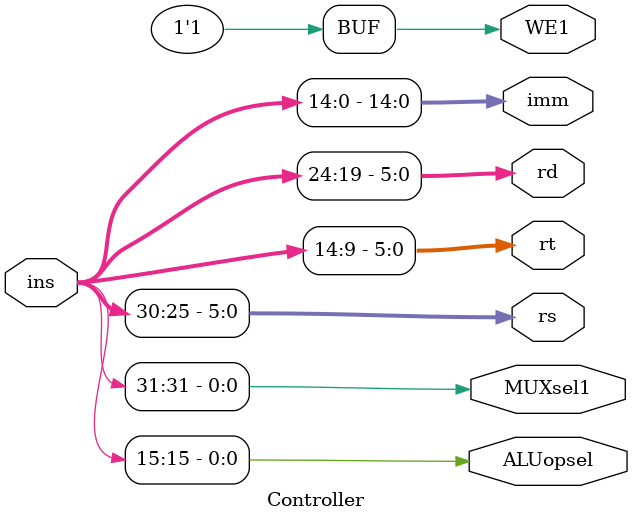
<source format=v>
`timescale 1ns / 1ps


module Controller(
    input [31:0] ins,
    output ALUopsel,
    output MUXsel1,
    output [5:0] rs,
    output [5:0] rt,
    output [5:0] rd,
    output [14:0] imm,
    output WE1
    );
    assign MUXsel1 = ins[31];
    assign rs = ins[30:25];
    assign rd = ins[24:19];
    assign ALUopsel = ins[18:15];
    assign rt = ins[14:9];
    assign imm = ins[14:0];
    assign WE1 = 1;
endmodule

</source>
